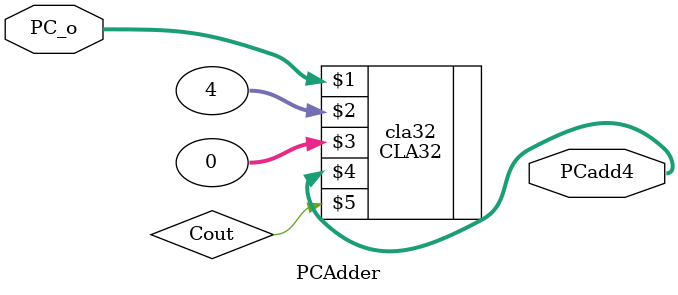
<source format=v>
`timescale 1ns / 1ps


module PCAdder(PC_o,PCadd4);
    input [31:0] PC_o;//Æ«ÒÆÁ¿
    output [31:0] PCadd4;//ÐÂÖ¸ÁîµØÖ·
    wire Cout;
    CLA32 cla32(PC_o,4,0, PCadd4, Cout);
endmodule

</source>
